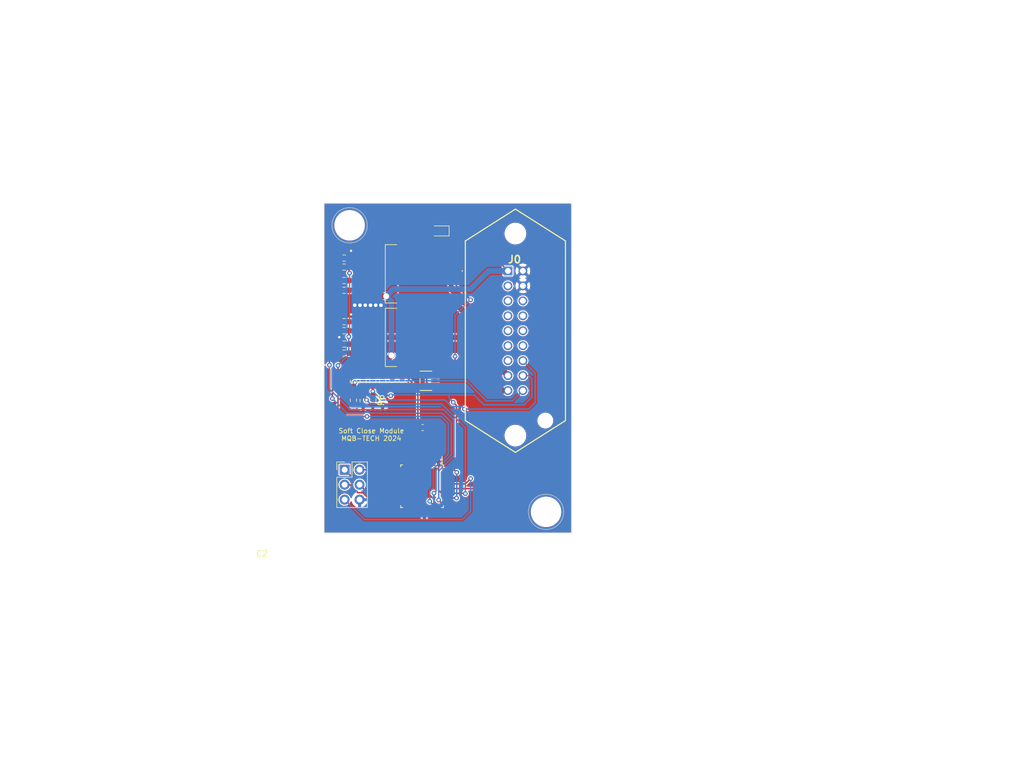
<source format=kicad_pcb>
(kicad_pcb (version 20211014) (generator pcbnew)
  (layers (0 "F.Cu" signal) (31 "B.Cu" signal) (34 "B.Paste" user) (35 "F.Paste" user) (36 "B.SilkS" user "B.Silkscreen") (37 "F.SilkS" user "F.Silkscreen") (38 "B.Mask" user) (39 "F.Mask" user) (44 "Edge.Cuts" user))
  (net 0 "")
  (net 1 "VCC")
  (net 2 "GNDREF")
  (net 3 "+3.3v")
  (net 4 "Motor_VCC")
  (net 5 "GPIO_T8.4")
  (net 6 "T8.4")
  (net 7 "Driver_PWM_01")
  (net 8 "Driver_PWM_02")
  (net 9 "Drivers_Enabled")
  (net 10 "T2.1")
  (net 11 "T2.2")
  (net 13 "GPIO_T3.2")
  (net 14 "GPIO_T3.1")
  (net 15 "Net-(R8-Pad2)")
  (net 16 "Net-(R9-Pad2)")
  (net 17 "Net-(R10-Pad1)")
  (net 18 "Net-(R11-Pad2)")
  (net 19 "Net-(R12-Pad2)")
  (net 20 "Net-(R13-Pad1)")
  (net 30 "MOSI")
  (net 31 "MISO")
  (net 32 "SCK")
  (net 36 "RST")
  (footprint "BTS7960B:DPAK127P1490X440-8N" (layer "F.Cu") (at 67.799 117.983)
    (fp_text reference "U1" hide)
    (fp_text value "BTS7960B")
    (fp_line (start -0.749 -4.95) (end -2.69 -4.95) (layer "F.SilkS") (width 0.127))
    (fp_line (start -2.69 4.95) (end -0.749 4.95) (layer "F.SilkS") (width 0.127))
    (fp_line (start -2.69 -4.95) (end -2.69 4.95) (layer "F.SilkS") (width 0.127))
    (fp_circle (center -8.5 -3.9) (end -8.4 -3.9) (layer "F.SilkS") (width 0.2) (fill none))
    (pad "1" smd rect locked (at -5.95 -3.81) (size 3.81 0.8) (layers "F.Cu" "F.Paste" "F.Mask") (net 2 "GNDREF"))
    (pad "2" smd rect locked (at -5.95 -2.54) (size 3.81 0.8) (layers "F.Cu" "F.Paste" "F.Mask") (net 18 "Net-(R11-Pad2)"))
    (pad "3" smd rect locked (at -5.95 -1.27) (size 3.81 0.8) (layers "F.Cu" "F.Paste" "F.Mask") (net 9 "Drivers_Enabled"))
    (pad "4" smd rect locked (at -5.95 0) (size 3.81 0.8) (layers "F.Cu" "F.Paste" "F.Mask") (net 11 "T2.2"))
    (pad "5" smd rect locked (at -5.95 1.27) (size 3.81 0.8) (layers "F.Cu" "F.Paste" "F.Mask") (net 20 "Net-(R13-Pad1)"))
    (pad "6" smd rect locked (at -5.95 2.54) (size 3.81 0.8) (layers "F.Cu" "F.Paste" "F.Mask") (net 19 "Net-(R12-Pad2)"))
    (pad "7" smd rect locked (at -5.95 3.81) (size 3.81 0.8) (layers "F.Cu" "F.Paste" "F.Mask") (net 4 "Motor_VCC"))
    (pad "8" smd rect locked (at 3.71 0 270) (size 10.07 8.29) (layers "F.Cu" "F.Mask") (net 11 "T2.2"))
  )
  (footprint "Resistor_SMD:R_0603_1608Metric" (layer "F.Cu") (at 61.341 139.509 90)
    (fp_text reference "R3" hide)
    (fp_text value "33K")
    (fp_line (start -0.237258 -0.5225) (end 0.237258 -0.5225) (layer "F.SilkS") (width 0.12))
    (fp_line (start -0.237258 0.5225) (end 0.237258 0.5225) (layer "F.SilkS") (width 0.12))
    (pad "1" smd roundrect (at -0.825 0 90) (size 0.8 0.95) (layers "F.Cu" "F.Paste" "F.Mask") (net 2 "GNDREF"))
    (pad "2" smd roundrect (at 0.825 0 90) (size 0.8 0.95) (layers "F.Cu" "F.Paste" "F.Mask") (net 5 "GPIO_T8.4"))
  )
  (footprint "Resistor_SMD:R_0603_1608Metric" (layer "F.Cu") (at 58.1185 127.635 180)
    (fp_text reference "R15" hide)
    (fp_text value "4.7K")
    (fp_line (start -0.237258 -0.5225) (end 0.237258 -0.5225) (layer "F.SilkS") (width 0.12))
    (fp_line (start -0.237258 0.5225) (end 0.237258 0.5225) (layer "F.SilkS") (width 0.12))
    (pad "1" smd roundrect (at -0.825 0 180) (size 0.8 0.95) (layers "F.Cu" "F.Paste" "F.Mask") (net 9 "Drivers_Enabled"))
    (pad "2" smd roundrect (at 0.825 0 180) (size 0.8 0.95) (layers "F.Cu" "F.Paste" "F.Mask") (net 2 "GNDREF"))
  )
  (footprint "Resistor_SMD:R_0603_1608Metric" (layer "F.Cu") (at 58.1185 115.316)
    (fp_text reference "R11" hide)
    (fp_text value "4.7K")
    (fp_line (start -0.237258 -0.5225) (end 0.237258 -0.5225) (layer "F.SilkS") (width 0.12))
    (fp_line (start -0.237258 0.5225) (end 0.237258 0.5225) (layer "F.SilkS") (width 0.12))
    (pad "1" smd roundrect (at -0.825 0) (size 0.8 0.95) (layers "F.Cu" "F.Paste" "F.Mask") (net 8 "Driver_PWM_02"))
    (pad "2" smd roundrect (at 0.825 0) (size 0.8 0.95) (layers "F.Cu" "F.Paste" "F.Mask") (net 18 "Net-(R11-Pad2)"))
  )
  (footprint "Resistor_SMD:R_0603_1608Metric" (layer "F.Cu") (at 62.992 139.446 -90)
    (fp_text reference "R6" (at 0 -1.43 90) (layer "F.SilkS"))
    (fp_text value "10K")
    (fp_line (start -0.237258 0.5225) (end 0.237258 0.5225) (layer "F.SilkS") (width 0.12))
    (fp_line (start -0.237258 -0.5225) (end 0.237258 -0.5225) (layer "F.SilkS") (width 0.12))
    (pad "1" smd roundrect (at -0.825 0 270) (size 0.8 0.95) (layers "F.Cu" "F.Paste" "F.Mask") (net 13 "GPIO_T3.2"))
    (pad "2" smd roundrect (at 0.825 0 270) (size 0.8 0.95) (layers "F.Cu" "F.Paste" "F.Mask") (net 2 "GNDREF"))
  )
  (footprint "Resistor_SMD:R_0603_1608Metric" (layer "F.Cu") (at 62.992 136.271 90)
    (fp_text reference "R1" hide)
    (fp_text value "47K")
    (fp_line (start -0.237258 -0.5225) (end 0.237258 -0.5225) (layer "F.SilkS") (width 0.12))
    (fp_line (start -0.237258 0.5225) (end 0.237258 0.5225) (layer "F.SilkS") (width 0.12))
    (pad "1" smd roundrect (at -0.825 0 90) (size 0.8 0.95) (layers "F.Cu" "F.Paste" "F.Mask") (net 13 "GPIO_T3.2"))
    (pad "2" smd roundrect (at 0.825 0 90) (size 0.8 0.95) (layers "F.Cu" "F.Paste" "F.Mask") (net 1 "VCC"))
  )
  (footprint "ExternalPlugs:113551541" (layer "F.Cu") (at 85.93 117.49 -90)
    (fp_text reference "J0" (at -1.94 -1.12 180) (layer "F.SilkS") (effects (font (size 1.27 1.27) (thickness 0.254))))
    (fp_text value "1-1355154-1" hide)
    (fp_line (start 25.41 7.23) (end 30.81 -1.27) (layer "F.SilkS") (width 0.2))
    (fp_line (start -5.09 7.23) (end 25.41 7.23) (layer "F.SilkS") (width 0.2))
    (fp_line (start 25.41 -9.77) (end 10.16 -9.77) (layer "F.SilkS") (width 0.2))
    (fp_line (start -5.09 -9.77) (end -10.49 -1.27) (layer "F.SilkS") (width 0.2))
    (fp_line (start -10.49 -1.27) (end -5.09 7.23) (layer "F.SilkS") (width 0.2))
    (fp_line (start 0 7.7) (end 0 7.7) (layer "F.SilkS") (width 0.1))
    (fp_line (start 0 7.8) (end 0 7.8) (layer "F.SilkS") (width 0.1))
    (fp_line (start 10.16 -9.77) (end -5.09 -9.77) (layer "F.SilkS") (width 0.2))
    (fp_line (start 30.81 -1.27) (end 25.41 -9.77) (layer "F.SilkS") (width 0.2))
    (fp_arc (start 0 7.8) (mid -0.05 7.75) (end 0 7.7) (layer "F.SilkS") (width 0.1))
    (fp_arc (start 0 7.7) (mid 0.05 7.75) (end 0 7.8) (layer "F.SilkS") (width 0.1))
    (pad "" np_thru_hole circle (at -6.34 -1.27 270) (size 3.2 3.2) (drill 3.2) (layers *.Cu *.Mask))
    (pad "" np_thru_hole circle (at 25.41 -6.35 270) (size 2.2 2.2) (drill 2.2) (layers *.Cu *.Mask))
    (pad "" np_thru_hole circle (at 27.96 -1.27 270) (size 3.2 3.2) (drill 3.2) (layers *.Cu *.Mask))
    (pad "1" thru_hole rect (at 0 0 270) (size 1.5 1.5) (drill 1) (layers *.Cu *.Mask) (net 4 "Motor_VCC"))
    (pad "2" thru_hole circle (at 2.54 0 270) (size 1.5 1.5) (drill 1) (layers *.Cu *.Mask))
    (pad "3" thru_hole circle (at 5.08 0 270) (size 1.5 1.5) (drill 1) (layers *.Cu *.Mask))
    (pad "4" thru_hole circle (at 7.62 0 270) (size 1.5 1.5) (drill 1) (layers *.Cu *.Mask))
    (pad "5" thru_hole circle (at 10.16 0 270) (size 1.5 1.5) (drill 1) (layers *.Cu *.Mask))
    (pad "6" thru_hole circle (at 12.7 0 270) (size 1.5 1.5) (drill 1) (layers *.Cu *.Mask))
    (pad "7" thru_hole circle (at 15.24 0 270) (size 1.5 1.5) (drill 1) (layers *.Cu *.Mask))
    (pad "8" thru_hole circle (at 17.78 0 270) (size 1.5 1.5) (drill 1) (layers *.Cu *.Mask) (net 11 "T2.2"))
    (pad "9" thru_hole circle (at 20.32 0 270) (size 1.5 1.5) (drill 1) (layers *.Cu *.Mask) (net 10 "T2.1"))
    (pad "10" thru_hole circle (at 0 -2.54 270) (size 1.5 1.5) (drill 1) (layers *.Cu *.Mask) (net 2 "GNDREF"))
    (pad "11" thru_hole circle (at 2.54 -2.54 270) (size 1.5 1.5) (drill 1) (layers *.Cu *.Mask) (net 2 "GNDREF"))
    (pad "12" thru_hole circle (at 5.08 -2.54 270) (size 1.5 1.5) (drill 1) (layers *.Cu *.Mask))
    (pad "13" thru_hole circle (at 7.62 -2.54 270) (size 1.5 1.5) (drill 1) (layers *.Cu *.Mask))
    (pad "14" thru_hole circle (at 10.16 -2.54 270) (size 1.5 1.5) (drill 1) (layers *.Cu *.Mask))
    (pad "15" thru_hole circle (at 12.7 -2.54 270) (size 1.5 1.5) (drill 1) (layers *.Cu *.Mask))
    (pad "16" thru_hole circle (at 15.24 -2.54 270) (size 1.5 1.5) (drill 1) (layers *.Cu *.Mask) (net 13 "GPIO_T3.2"))
    (pad "17" thru_hole circle (at 17.78 -2.54 270) (size 1.5 1.5) (drill 1) (layers *.Cu *.Mask) (net 14 "GPIO_T3.1"))
    (pad "18" thru_hole circle (at 20.32 -2.54 270) (size 1.5 1.5) (drill 1) (layers *.Cu *.Mask) (net 6 "T8.4"))
  )
  (footprint "Resistor_SMD:R_0603_1608Metric" (layer "F.Cu") (at 59.69 139.446 90)
    (fp_text reference "R7" hide)
    (fp_text value "47K")
    (fp_line (start -0.237258 0.5225) (end 0.237258 0.5225) (layer "F.SilkS") (width 0.12))
    (fp_line (start -0.237258 -0.5225) (end 0.237258 -0.5225) (layer "F.SilkS") (width 0.12))
    (pad "1" smd roundrect (at -0.825 0 90) (size 0.8 0.95) (layers "F.Cu" "F.Paste" "F.Mask") (net 5 "GPIO_T8.4"))
    (pad "2" smd roundrect (at 0.825 0 90) (size 0.8 0.95) (layers "F.Cu" "F.Paste" "F.Mask") (net 6 "T8.4"))
  )
  (footprint "Resistor_SMD:R_0603_1608Metric" (layer "F.Cu") (at 61.341 136.271 -90)
    (fp_text reference "R4" hide)
    (fp_text value "330K")
    (fp_line (start -0.237258 0.5225) (end 0.237258 0.5225) (layer "F.SilkS") (width 0.12))
    (fp_line (start -0.237258 -0.5225) (end 0.237258 -0.5225) (layer "F.SilkS") (width 0.12))
    (pad "1" smd roundrect (at -0.825 0 270) (size 0.8 0.95) (layers "F.Cu" "F.Paste" "F.Mask") (net 1 "VCC"))
    (pad "2" smd roundrect (at 0.825 0 270) (size 0.8 0.95) (layers "F.Cu" "F.Paste" "F.Mask") (net 5 "GPIO_T8.4"))
  )
  (footprint "Resistor_SMD:R_0603_1608Metric" (layer "F.Cu") (at 58.1185 126.111)
    (fp_text reference "R8" hide)
    (fp_text value "4.7K")
    (fp_line (start -0.237258 -0.5225) (end 0.237258 -0.5225) (layer "F.SilkS") (width 0.12))
    (fp_line (start -0.237258 0.5225) (end 0.237258 0.5225) (layer "F.SilkS") (width 0.12))
    (pad "1" smd roundrect (at -0.825 0) (size 0.8 0.95) (layers "F.Cu" "F.Paste" "F.Mask") (net 7 "Driver_PWM_01"))
    (pad "2" smd roundrect (at 0.825 0) (size 0.8 0.95) (layers "F.Cu" "F.Paste" "F.Mask") (net 15 "Net-(R8-Pad2)"))
  )
  (footprint "BTS7960B:DPAK127P1490X440-8N" (layer "F.Cu") (at 67.799 128.778)
    (fp_text reference "U0" hide)
    (fp_text value "BTS7960B")
    (fp_line (start -0.749 -4.95) (end -2.69 -4.95) (layer "F.SilkS") (width 0.127))
    (fp_line (start -2.69 4.95) (end -0.749 4.95) (layer "F.SilkS") (width 0.127))
    (fp_line (start -2.69 -4.95) (end -2.69 4.95) (layer "F.SilkS") (width 0.127))
    (fp_circle (center -8.5 -3.9) (end -8.4 -3.9) (layer "F.SilkS") (width 0.2) (fill none))
    (pad "1" smd rect locked (at -5.95 -3.81) (size 3.81 0.8) (layers "F.Cu" "F.Paste" "F.Mask") (net 2 "GNDREF"))
    (pad "2" smd rect locked (at -5.95 -2.54) (size 3.81 0.8) (layers "F.Cu" "F.Paste" "F.Mask") (net 15 "Net-(R8-Pad2)"))
    (pad "3" smd rect locked (at -5.95 -1.27) (size 3.81 0.8) (layers "F.Cu" "F.Paste" "F.Mask") (net 9 "Drivers_Enabled"))
    (pad "4" smd rect locked (at -5.95 0) (size 3.81 0.8) (layers "F.Cu" "F.Paste" "F.Mask") (net 10 "T2.1"))
    (pad "5" smd rect locked (at -5.95 1.27) (size 3.81 0.8) (layers "F.Cu" "F.Paste" "F.Mask") (net 17 "Net-(R10-Pad1)"))
    (pad "6" smd rect locked (at -5.95 2.54) (size 3.81 0.8) (layers "F.Cu" "F.Paste" "F.Mask") (net 16 "Net-(R9-Pad2)"))
    (pad "7" smd rect locked (at -5.95 3.81) (size 3.81 0.8) (layers "F.Cu" "F.Paste" "F.Mask") (net 4 "Motor_VCC"))
    (pad "8" smd rect locked (at 3.71 0 270) (size 10.07 8.29) (layers "F.Cu" "F.Mask") (net 10 "T2.1"))
  )
  (footprint "Capacitor_SMD:C_0603_1608Metric" (layer "F.Cu") (at 71.452 144.088)
    (fp_text reference "C2" (at -27.305 21.399) (layer "F.SilkS"))
    (fp_text value "100n")
    (fp_line (start -0.14058 0.51) (end 0.14058 0.51) (layer "F.SilkS") (width 0.12))
    (fp_line (start -0.14058 -0.51) (end 0.14058 -0.51) (layer "F.SilkS") (width 0.12))
    (pad "1" smd roundrect (at -0.775 0) (size 0.9 0.95) (layers "F.Cu" "F.Paste" "F.Mask") (net 2 "GNDREF"))
    (pad "2" smd roundrect (at 0.775 0) (size 0.9 0.95) (layers "F.Cu" "F.Paste" "F.Mask") (net 3 "+3.3v"))
  )
  (footprint "Resistor_SMD:R_0603_1608Metric" (layer "F.Cu") (at 58.1185 131.445)
    (fp_text reference "R9" hide)
    (fp_text value "10K")
    (fp_line (start -0.237258 0.5225) (end 0.237258 0.5225) (layer "F.SilkS") (width 0.12))
    (fp_line (start -0.237258 -0.5225) (end 0.237258 -0.5225) (layer "F.SilkS") (width 0.12))
    (pad "1" smd roundrect (at -0.825 0) (size 0.8 0.95) (layers "F.Cu" "F.Paste" "F.Mask") (net 2 "GNDREF"))
    (pad "2" smd roundrect (at 0.825 0) (size 0.8 0.95) (layers "F.Cu" "F.Paste" "F.Mask") (net 16 "Net-(R9-Pad2)"))
  )
  (footprint "Resistor_SMD:R_0603_1608Metric" (layer "F.Cu") (at 59.69 136.271 -90)
    (fp_text reference "R5" hide)
    (fp_text value "220K")
    (fp_line (start -0.237258 -0.5225) (end 0.237258 -0.5225) (layer "F.SilkS") (width 0.12))
    (fp_line (start -0.237258 0.5225) (end 0.237258 0.5225) (layer "F.SilkS") (width 0.12))
    (pad "1" smd roundrect (at -0.825 0 270) (size 0.8 0.95) (layers "F.Cu" "F.Paste" "F.Mask") (net 1 "VCC"))
    (pad "2" smd roundrect (at 0.825 0 270) (size 0.8 0.95) (layers "F.Cu" "F.Paste" "F.Mask") (net 6 "T8.4"))
  )
  (footprint "Resistor_SMD:R_0603_1608Metric" (layer "F.Cu") (at 58.1185 129.921 180)
    (fp_text reference "R10" hide)
    (fp_text value "10K")
    (fp_line (start -0.237258 -0.5225) (end 0.237258 -0.5225) (layer "F.SilkS") (width 0.12))
    (fp_line (start -0.237258 0.5225) (end 0.237258 0.5225) (layer "F.SilkS") (width 0.12))
    (pad "1" smd roundrect (at -0.825 0 180) (size 0.8 0.95) (layers "F.Cu" "F.Paste" "F.Mask") (net 17 "Net-(R10-Pad1)"))
    (pad "2" smd roundrect (at 0.825 0 180) (size 0.8 0.95) (layers "F.Cu" "F.Paste" "F.Mask") (net 2 "GNDREF"))
  )
  (footprint "Resistor_SMD:R_0603_1608Metric" (layer "F.Cu") (at 64.643 139.446 -90)
    (fp_text reference "R16" hide)
    (fp_text value "10K")
    (fp_line (start -0.237258 -0.5225) (end 0.237258 -0.5225) (layer "F.SilkS") (width 0.12))
    (fp_line (start -0.237258 0.5225) (end 0.237258 0.5225) (layer "F.SilkS") (width 0.12))
    (pad "1" smd roundrect (at -0.825 0 270) (size 0.8 0.95) (layers "F.Cu" "F.Paste" "F.Mask") (net 14 "GPIO_T3.1"))
    (pad "2" smd roundrect (at 0.825 0 270) (size 0.8 0.95) (layers "F.Cu" "F.Paste" "F.Mask") (net 2 "GNDREF"))
  )
  (footprint "Resistor_SMD:R_0603_1608Metric" (layer "F.Cu") (at 64.6715 136.271 90)
    (fp_text reference "R2" hide)
    (fp_text value "47K")
    (fp_line (start -0.237258 0.5225) (end 0.237258 0.5225) (layer "F.SilkS") (width 0.12))
    (fp_line (start -0.237258 -0.5225) (end 0.237258 -0.5225) (layer "F.SilkS") (width 0.12))
    (pad "1" smd roundrect (at -0.825 0 90) (size 0.8 0.95) (layers "F.Cu" "F.Paste" "F.Mask") (net 14 "GPIO_T3.1"))
    (pad "2" smd roundrect (at 0.825 0 90) (size 0.8 0.95) (layers "F.Cu" "F.Paste" "F.Mask") (net 1 "VCC"))
  )
  (footprint "Capacitor_SMD:C_0603_1608Metric" (layer "F.Cu") (at 67.9735 136.271 90)
    (fp_text reference "C1" hide)
    (fp_text value "4.7uF" hide)
    (fp_line (start -0.14058 0.51) (end 0.14058 0.51) (layer "F.SilkS") (width 0.12))
    (fp_line (start -0.14058 -0.51) (end 0.14058 -0.51) (layer "F.SilkS") (width 0.12))
    (pad "1" smd roundrect (at -0.775 0 90) (size 0.9 0.95) (layers "F.Cu" "F.Paste" "F.Mask") (net 2 "GNDREF"))
    (pad "2" smd roundrect (at 0.775 0 90) (size 0.9 0.95) (layers "F.Cu" "F.Paste" "F.Mask") (net 3 "+3.3v"))
  )
  (footprint "Resistor_SMD:R_0603_1608Metric" (layer "F.Cu") (at 58.1185 120.777)
    (fp_text reference "R12" hide)
    (fp_text value "10K")
    (fp_line (start -0.237258 -0.5225) (end 0.237258 -0.5225) (layer "F.SilkS") (width 0.12))
    (fp_line (start -0.237258 0.5225) (end 0.237258 0.5225) (layer "F.SilkS") (width 0.12))
    (pad "1" smd roundrect (at -0.825 0) (size 0.8 0.95) (layers "F.Cu" "F.Paste" "F.Mask") (net 2 "GNDREF"))
    (pad "2" smd roundrect (at 0.825 0) (size 0.8 0.95) (layers "F.Cu" "F.Paste" "F.Mask") (net 19 "Net-(R12-Pad2)"))
  )
  (footprint "BTS7960B:MIC5233-3.3YM5-TR" (layer "F.Cu") (at 72.009 136.144 180)
    (fp_text reference "U2" hide)
    (fp_text value "MIC5233-3.3YM5-TR" hide)
    (fp_line (start 1.0033 0.363261) (end 1.0033 -0.363261) (layer "F.SilkS") (width 0.1524))
    (fp_line (start 1.0033 -1.6383) (end -1.0033 -1.6383) (layer "F.SilkS") (width 0.1524))
    (fp_line (start -1.0033 1.6383) (end 1.0033 1.6383) (layer "F.SilkS") (width 0.1524))
    (pad "1" smd rect locked (at -1.36525 -0.950001 180) (size 0.9779 0.508) (layers "F.Cu" "F.Paste" "F.Mask") (net 1 "VCC"))
    (pad "2" smd rect locked (at -1.36525 0 180) (size 0.9779 0.508) (layers "F.Cu" "F.Paste" "F.Mask") (net 2 "GNDREF"))
    (pad "3" smd rect locked (at -1.36525 0.950001 180) (size 0.9779 0.508) (layers "F.Cu" "F.Paste" "F.Mask") (net 1 "VCC"))
    (pad "4" smd rect locked (at 1.36525 0.950001 180) (size 0.9779 0.508) (layers "F.Cu" "F.Paste" "F.Mask"))
    (pad "5" smd rect locked (at 1.36525 -0.950001 180) (size 0.9779 0.508) (layers "F.Cu" "F.Paste" "F.Mask") (net 3 "+3.3v"))
  )
  (footprint "Capacitor_SMD:C_0603_1608Metric" (layer "F.Cu") (at 66.294 136.271 -90)
    (fp_text reference "C0" hide)
    (fp_text value "100n")
    (fp_line (start -0.14058 0.51) (end 0.14058 0.51) (layer "F.SilkS") (width 0.12))
    (fp_line (start -0.14058 -0.51) (end 0.14058 -0.51) (layer "F.SilkS") (width 0.12))
    (pad "1" smd roundrect (at -0.775 0 270) (size 0.9 0.95) (layers "F.Cu" "F.Paste" "F.Mask") (net 1 "VCC"))
    (pad "2" smd roundrect (at 0.775 0 270) (size 0.9 0.95) (layers "F.Cu" "F.Paste" "F.Mask") (net 2 "GNDREF"))
  )
  (footprint "Connector_PinHeader_2.54mm:PinHeader_2x03_P2.54mm_Vertical" (layer "F.Cu") (at 58.2 151.25)
    (fp_text reference "J1" hide)
    (fp_text value "AVR-ISP-6")
    (fp_line (start 3.87 -1.33) (end 3.87 6.41) (layer "F.SilkS") (width 0.12))
    (fp_line (start -1.33 1.27) (end 1.27 1.27) (layer "F.SilkS") (width 0.12))
    (fp_line (start 1.27 -1.33) (end 3.87 -1.33) (layer "F.SilkS") (width 0.12))
    (fp_line (start -1.33 0) (end -1.33 -1.33) (layer "F.SilkS") (width 0.12))
    (fp_line (start -1.33 -1.33) (end 0 -1.33) (layer "F.SilkS") (width 0.12))
    (fp_line (start -1.33 1.27) (end -1.33 6.41) (layer "F.SilkS") (width 0.12))
    (fp_line (start 1.27 1.27) (end 1.27 -1.33) (layer "F.SilkS") (width 0.12))
    (fp_line (start -1.33 6.41) (end 3.87 6.41) (layer "F.SilkS") (width 0.12))
    (pad "1" thru_hole rect (at 0 0) (size 1.7 1.7) (drill 1) (layers *.Cu *.Mask) (net 30 "MOSI"))
    (pad "2" thru_hole oval (at 2.54 0) (size 1.7 1.7) (drill 1) (layers *.Cu *.Mask) (net 3 "+3.3v"))
    (pad "3" thru_hole oval (at 0 2.54) (size 1.7 1.7) (drill 1) (layers *.Cu *.Mask) (net 32 "SCK"))
    (pad "4" thru_hole oval (at 2.54 2.54) (size 1.7 1.7) (drill 1) (layers *.Cu *.Mask) (net 31 "MISO"))
    (pad "5" thru_hole oval (at 0 5.08) (size 1.7 1.7) (drill 1) (layers *.Cu *.Mask) (net 36 "RST"))
    (pad "6" thru_hole oval (at 2.54 5.08) (size 1.7 1.7) (drill 1) (layers *.Cu *.Mask) (net 2 "GNDREF"))
  )
  (footprint "Resistor_SMD:R_0603_1608Metric" (layer "F.Cu") (at 58.1185 119.126 180)
    (fp_text reference "R13" hide)
    (fp_text value "10K")
    (fp_line (start -0.237258 0.5225) (end 0.237258 0.5225) (layer "F.SilkS") (width 0.12))
    (fp_line (start -0.237258 -0.5225) (end 0.237258 -0.5225) (layer "F.SilkS") (width 0.12))
    (pad "1" smd roundrect (at -0.825 0 180) (size 0.8 0.95) (layers "F.Cu" "F.Paste" "F.Mask") (net 20 "Net-(R13-Pad1)"))
    (pad "2" smd roundrect (at 0.825 0 180) (size 0.8 0.95) (layers "F.Cu" "F.Paste" "F.Mask") (net 2 "GNDREF"))
  )
  (footprint "Diode_SMD:D_SOD-323" (layer "F.Cu") (at 74.45 110.7 180)
    (fp_text reference "D0" hide)
    (fp_text value "BAS316")
    (fp_line (start -1.5 0.85) (end 1.05 0.85) (layer "F.SilkS") (width 0.12))
    (fp_line (start -1.5 -0.85) (end 1.05 -0.85) (layer "F.SilkS") (width 0.12))
    (fp_line (start -1.5 -0.85) (end -1.5 0.85) (layer "F.SilkS") (width 0.12))
    (pad "1" smd rect (at -1.05 0 180) (size 0.6 0.45) (layers "F.Cu" "F.Paste" "F.Mask") (net 1 "VCC"))
    (pad "2" smd rect (at 1.05 0 180) (size 0.6 0.45) (layers "F.Cu" "F.Paste" "F.Mask") (net 4 "Motor_VCC"))
  )
  (footprint "Resistor_SMD:R_0603_1608Metric" (layer "F.Cu") (at 58.1185 116.84 180)
    (fp_text reference "R14" hide)
    (fp_text value "4.7K")
    (fp_line (start -0.237258 -0.5225) (end 0.237258 -0.5225) (layer "F.SilkS") (width 0.12))
    (fp_line (start -0.237258 0.5225) (end 0.237258 0.5225) (layer "F.SilkS") (width 0.12))
    (pad "1" smd roundrect (at -0.825 0 180) (size 0.8 0.95) (layers "F.Cu" "F.Paste" "F.Mask") (net 9 "Drivers_Enabled"))
    (pad "2" smd roundrect (at 0.825 0 180) (size 0.8 0.95) (layers "F.Cu" "F.Paste" "F.Mask") (net 2 "GNDREF"))
  )
  (footprint "Package_QFP:TQFP-32_7x7mm_P0.8mm" (layer "F.Cu") (at 71.35 154.05 -90)
    (fp_text reference "U3" hide)
    (fp_text value "ATmega328P-A")
    (fp_line (start -3.625 -3.625) (end -3.625 -3.4) (layer "F.SilkS") (width 0.15))
    (fp_line (start -3.625 -3.625) (end -3.3 -3.625) (layer "F.SilkS") (width 0.15))
    (fp_line (start -3.625 3.625) (end -3.625 3.3) (layer "F.SilkS") (width 0.15))
    (fp_line (start 3.625 -3.625) (end 3.625 -3.3) (layer "F.SilkS") (width 0.15))
    (fp_line (start -3.625 -3.4) (end -5.05 -3.4) (layer "F.SilkS") (width 0.15))
    (fp_line (start -3.625 3.625) (end -3.3 3.625) (layer "F.SilkS") (width 0.15))
    (fp_line (start 3.625 3.625) (end 3.3 3.625) (layer "F.SilkS") (width 0.15))
    (fp_line (start 3.625 -3.625) (end 3.3 -3.625) (layer "F.SilkS") (width 0.15))
    (fp_line (start 3.625 3.625) (end 3.625 3.3) (layer "F.SilkS") (width 0.15))
    (pad "1" smd rect (at -4.25 -2.8 270) (size 1.6 0.55) (layers "F.Cu" "F.Paste" "F.Mask") (net 5 "GPIO_T8.4"))
    (pad "2" smd rect (at -4.25 -2 270) (size 1.6 0.55) (layers "F.Cu" "F.Paste" "F.Mask"))
    (pad "3" smd rect (at -4.25 -1.2 270) (size 1.6 0.55) (layers "F.Cu" "F.Paste" "F.Mask") (net 2 "GNDREF"))
    (pad "4" smd rect (at -4.25 -0.4 270) (size 1.6 0.55) (layers "F.Cu" "F.Paste" "F.Mask") (net 3 "+3.3v"))
    (pad "5" smd rect (at -4.25 0.4 270) (size 1.6 0.55) (layers "F.Cu" "F.Paste" "F.Mask") (net 2 "GNDREF"))
    (pad "6" smd rect (at -4.25 1.2 270) (size 1.6 0.55) (layers "F.Cu" "F.Paste" "F.Mask") (net 3 "+3.3v"))
    (pad "7" smd rect (at -4.25 2 270) (size 1.6 0.55) (layers "F.Cu" "F.Paste" "F.Mask"))
    (pad "8" smd rect (at -4.25 2.8 270) (size 1.6 0.55) (layers "F.Cu" "F.Paste" "F.Mask"))
    (pad "9" smd rect (at -2.8 4.25) (size 1.6 0.55) (layers "F.Cu" "F.Paste" "F.Mask"))
    (pad "10" smd rect (at -2 4.25) (size 1.6 0.55) (layers "F.Cu" "F.Paste" "F.Mask"))
    (pad "11" smd rect (at -1.2 4.25) (size 1.6 0.55) (layers "F.Cu" "F.Paste" "F.Mask"))
    (pad "12" smd rect (at -0.4 4.25) (size 1.6 0.55) (layers "F.Cu" "F.Paste" "F.Mask"))
    (pad "13" smd rect (at 0.4 4.25) (size 1.6 0.55) (layers "F.Cu" "F.Paste" "F.Mask"))
    (pad "14" smd rect (at 1.2 4.25) (size 1.6 0.55) (layers "F.Cu" "F.Paste" "F.Mask"))
    (pad "15" smd rect (at 2 4.25) (size 1.6 0.55) (layers "F.Cu" "F.Paste" "F.Mask") (net 30 "MOSI"))
    (pad "16" smd rect (at 2.8 4.25) (size 1.6 0.55) (layers "F.Cu" "F.Paste" "F.Mask") (net 31 "MISO"))
    (pad "17" smd rect (at 4.25 2.8 270) (size 1.6 0.55) (layers "F.Cu" "F.Paste" "F.Mask") (net 32 "SCK"))
    (pad "18" smd rect (at 4.25 2 270) (size 1.6 0.55) (layers "F.Cu" "F.Paste" "F.Mask") (net 3 "+3.3v"))
    (pad "19" smd rect (at 4.25 1.2 270) (size 1.6 0.55) (layers "F.Cu" "F.Paste" "F.Mask"))
    (pad "20" smd rect (at 4.25 0.4 270) (size 1.6 0.55) (layers "F.Cu" "F.Paste" "F.Mask"))
    (pad "21" smd rect (at 4.25 -0.4 270) (size 1.6 0.55) (layers "F.Cu" "F.Paste" "F.Mask") (net 2 "GNDREF"))
    (pad "22" smd rect (at 4.25 -1.2 270) (size 1.6 0.55) (layers "F.Cu" "F.Paste" "F.Mask"))
    (pad "23" smd rect (at 4.25 -2 270) (size 1.6 0.55) (layers "F.Cu" "F.Paste" "F.Mask") (net 9 "Drivers_Enabled"))
    (pad "24" smd rect (at 4.25 -2.8 270) (size 1.6 0.55) (layers "F.Cu" "F.Paste" "F.Mask") (net 7 "Driver_PWM_01"))
    (pad "25" smd rect (at 2.8 -4.25) (size 1.6 0.55) (layers "F.Cu" "F.Paste" "F.Mask") (net 8 "Driver_PWM_02"))
    (pad "26" smd rect (at 2 -4.25) (size 1.6 0.55) (layers "F.Cu" "F.Paste" "F.Mask") (net 14 "GPIO_T3.1"))
    (pad "27" smd rect (at 1.2 -4.25) (size 1.6 0.55) (layers "F.Cu" "F.Paste" "F.Mask") (net 5 "GPIO_T8.4"))
    (pad "28" smd rect (at 0.4 -4.25) (size 1.6 0.55) (layers "F.Cu" "F.Paste" "F.Mask") (net 13 "GPIO_T3.2"))
    (pad "29" smd rect (at -0.4 -4.25) (size 1.6 0.55) (layers "F.Cu" "F.Paste" "F.Mask") (net 36 "RST"))
    (pad "30" smd rect (at -1.2 -4.25) (size 1.6 0.55) (layers "F.Cu" "F.Paste" "F.Mask"))
    (pad "31" smd rect (at -2 -4.25) (size 1.6 0.55) (layers "F.Cu" "F.Paste" "F.Mask"))
    (pad "32" smd rect (at -2.8 -4.25) (size 1.6 0.55) (layers "F.Cu" "F.Paste" "F.Mask") (net 14 "GPIO_T3.1"))
  )
  (gr_circle (center 92.4 158.4) (end 95.4 158.4) (layer "Edge.Cuts") (width 0.1) (fill none))
  (gr_circle (center 59.05 109.75) (end 62.05 109.75) (layer "Edge.Cuts") (width 0.1) (fill none))
  (gr_rect (start 54.7 106) (end 96.75 162) (layer "Edge.Cuts") (width 0.1) (fill none))
  (gr_text "Soft Close Module\nMQB-TECH 2024" (at 62.738 145.288) (layer "F.SilkS") (effects (font (size 0.8 0.8) (thickness 0.125))))
  (segment (start 72.136 136.398) (end 72.832001 137.094001) (width 0.25) (layer "F.Cu") (net 1))
  (segment (start 73.37425 135.193999) (end 75.706001 135.193999) (width 0.25) (layer "F.Cu") (net 1))
  (segment (start 66.294 134.434) (end 66.26 134.4) (width 0.25) (layer "F.Cu") (net 1))
  (segment (start 76.9 134) (end 76.95 133.95) (width 0.25) (layer "F.Cu") (net 1))
  (segment (start 61.307 134.4) (end 60.736 134.4) (width 0.25) (layer "F.Cu") (net 1))
  (segment (start 66.294 135.496) (end 66.294 134.434) (width 0.25) (layer "F.Cu") (net 1))
  (segment (start 66.26 134.4) (end 64.677 134.4) (width 0.25) (layer "F.Cu") (net 1))
  (segment (start 72.580251 134.4) (end 66.26 134.4) (width 0.25) (layer "F.Cu") (net 1))
  (segment (start 76.75 119.55) (end 76.75 118.85) (width 0.25) (layer "F.Cu") (net 1))
  (segment (start 64.6715 135.446) (end 64.6715 134.4055) (width 0.25) (layer "F.Cu") (net 1))
  (segment (start 61.341 134.434) (end 61.307 134.4) (width 0.25) (layer "F.Cu") (net 1))
  (segment (start 62.992 134.493) (end 63.085 134.4) (width 0.25) (layer "F.Cu") (net 1))
  (segment (start 79.6 122.4) (end 76.75 119.55) (width 0.25) (layer "F.Cu") (net 1))
  (segment (start 74.043999 135.193999) (end 73.37425 135.193999) (width 0.25) (layer "F.Cu") (net 1))
  (segment (start 72.832001 137.094001) (end 73.37425 137.094001) (width 0.25) (layer "F.Cu") (net 1))
  (segment (start 76.95 133.95) (end 76.95 132) (width 0.25) (layer "F.Cu") (net 1))
  (segment (start 62.992 135.446) (end 62.992 134.493) (width 0.25) (layer "F.Cu") (net 1))
  (segment (start 64.6715 134.4055) (end 64.677 134.4) (width 0.25) (layer "F.Cu") (net 1))
  (segment (start 64.677 134.4) (end 63.085 134.4) (width 0.25) (layer "F.Cu") (net 1))
  (segment (start 73.37425 135.193999) (end 72.6353 135.193999) (width 0.25) (layer "F.Cu") (net 1))
  (segment (start 76.75 111.95) (end 76.75 112.35) (width 0.25) (layer "F.Cu") (net 1))
  (segment (start 63.085 134.4) (end 61.307 134.4) (width 0.25) (layer "F.Cu") (net 1))
  (segment (start 72.136 135.693299) (end 72.136 136.398) (width 0.25) (layer "F.Cu") (net 1))
  (segment (start 60.736 134.4) (end 59.69 135.446) (width 0.25) (layer "F.Cu") (net 1))
  (segment (start 73.37425 135.193999) (end 72.580251 134.4) (width 0.25) (layer "F.Cu") (net 1))
  (segment (start 61.341 135.446) (end 61.341 134.434) (width 0.25) (layer "F.Cu") (net 1))
  (segment (start 72.6353 135.193999) (end 72.136 135.693299) (width 0.25) (layer "F.Cu") (net 1))
  (segment (start 76.75 118.85) (end 76.75 112.35) (width 0.25) (layer "F.Cu") (net 1))
  (segment (start 75.706001 135.193999) (end 76.9 134) (width 0.25) (layer "F.Cu") (net 1))
  (segment (start 75.5 110.7) (end 76.75 111.95) (width 0.25) (layer "F.Cu") (net 1))
  (via (at 76.95 132) (size 0.8) (drill 0.4) (layers "F.Cu" "B.Cu") (net 1))
  (via (at 79.6 122.4) (size 0.8) (drill 0.4) (layers "F.Cu" "B.Cu") (net 1))
  (segment (start 76.95 125.05) (end 79.6 122.4) (width 0.25) (layer "B.Cu") (net 1))
  (segment (start 76.95 132) (end 76.95 125.05) (width 0.25) (layer "B.Cu") (net 1))
  (segment (start 57.2935 127.635) (end 57.2935 128.7425) (width 0.25) (layer "F.Cu") (net 2))
  (segment (start 57.2935 128.7425) (end 57.2935 131.445) (width 0.25) (layer "F.Cu") (net 2))
  (via (at 63.481 123.317) (size 0.8) (drill 0.6) (layers "F.Cu" "B.Cu") (net 2))
  (via (at 57.2935 128.7425) (size 0.8) (drill 0.4) (layers "F.Cu" "B.Cu") (net 2))
  (via (at 62.592 123.317) (size 0.8) (drill 0.6) (layers "F.Cu" "B.Cu") (net 2))
  (via (at 64.37 123.317) (size 0.8) (drill 0.6) (layers "F.Cu" "B.Cu") (net 2))
  (via (at 60.814 123.317) (size 0.8) (drill 0.6) (layers "F.Cu" "B.Cu") (net 2))
  (via (at 59.925 123.317) (size 0.8) (drill 0.6) (layers "F.Cu" "B.Cu") (net 2))
  (via (at 61.703 123.317) (size 0.8) (drill 0.6) (layers "F.Cu" "B.Cu") (net 2))
  (segment (start 65.7 147.75) (end 70.15 147.75) (width 0.25) (layer "F.Cu") (net 3))
  (segment (start 70.15 151) (end 69.35 151.8) (width 0.25) (layer "F.Cu") (net 3))
  (segment (start 67.9735 135.496) (end 68.694 135.496) (width 0.25) (layer "F.Cu") (net 3))
  (segment (start 70.15 149.8) (end 70.15 147.75) (width 0.25) (layer "F.Cu") (net 3))
  (segment (start 70.292001 137.094001) (end 70.64375 137.094001) (width 0.25) (layer "F.Cu") (net 3))
  (segment (start 72.227 143.69) (end 72.227 144.088) (width 0.25) (layer "F.Cu") (net 3))
  (segment (start 70.15 149.8) (end 70.15 151) (width 0.25) (layer "F.Cu") (net 3))
  (segment (start 72.227 145.673) (end 72.227 144.088) (width 0.25) (layer "F.Cu") (net 3))
  (segment (start 71.75 149.8) (end 71.75 146.15) (width 0.25) (layer "F.Cu") (net 3))
  (segment (start 72.227 144.088) (end 70.64375 142.50475) (width 0.25) (layer "F.Cu") (net 3))
  (segment (start 70.64375 137.44575) (end 70.64375 137.094001) (width 0.25) (layer "F.Cu") (net 3))
  (segment (start 70.15 147.75) (end 72.227 145.673) (width 0.25) (layer "F.Cu") (net 3))
  (segment (start 71.75 146.15) (end 72.227 145.673) (width 0.25) (layer "F.Cu") (net 3))
  (segment (start 69.35 151.8) (end 69.35 158.3) (width 0.25) (layer "F.Cu") (net 3))
  (segment (start 62.2 151.25) (end 65.7 147.75) (width 0.25) (layer "F.Cu") (net 3))
  (segment (start 70.64375 142.50475) (end 70.64375 137.094001) (width 0.25) (layer "F.Cu") (net 3))
  (segment (start 68.694 135.496) (end 70.292001 137.094001) (width 0.25) (layer "F.Cu") (net 3))
  (segment (start 60.74 151.25) (end 62.2 151.25) (width 0.25) (layer "F.Cu") (net 3))
  (segment (start 77.69 109.25) (end 73.85 109.25) (width 0.25) (layer "F.Cu") (net 4))
  (segment (start 85.93 117.49) (end 77.69 109.25) (width 0.25) (layer "F.Cu") (net 4))
  (segment (start 73.4 109.7) (end 73.4 110.7) (width 0.25) (layer "F.Cu") (net 4))
  (segment (start 65.386 132.588) (end 66.148 131.826) (width 1) (layer "F.Cu") (net 4))
  (segment (start 61.849 132.588) (end 65.386 132.588) (width 1) (layer "F.Cu") (net 4))
  (segment (start 73.85 109.25) (end 73.4 109.7) (width 0.25) (layer "F.Cu") (net 4))
  (segment (start 65.259 121.793) (end 61.849 121.793) (width 1) (layer "F.Cu") (net 4))
  (via (at 66.148 131.826) (size 1.1) (drill 1) (layers "F.Cu" "B.Cu") (net 4))
  (via (at 65.259 121.793) (size 1.1) (drill 1) (layers "F.Cu" "B.Cu") (net 4))
  (segment (start 77.36 120.59) (end 78.36 120.59) (width 1) (layer "B.Cu") (net 4))
  (segment (start 77.36 120.59) (end 79.56 120.59) (width 1) (layer "B.Cu") (net 4))
  (segment (start 65.259 121.793) (end 66.462 120.59) (width 1) (layer "B.Cu") (net 4))
  (segment (start 66.148 131.826) (end 66.148 122.682) (width 1) (layer "B.Cu") (net 4))
  (segment (start 82.66 117.49) (end 85.93 117.49) (width 1) (layer "B.Cu") (net 4))
  (segment (start 66.148 122.682) (end 65.259 121.793) (width 1) (layer "B.Cu") (net 4))
  (segment (start 79.56 120.59) (end 82.66 117.49) (width 1) (layer "B.Cu") (net 4))
  (segment (start 66.462 120.59) (end 77.36 120.59) (width 1) (layer "B.Cu") (net 4))
  (segment (start 78 120.95) (end 78.36 120.59) (width 0.25) (layer "B.Cu") (net 4))
  (segment (start 65.259 121.793) (end 65.64 121.793) (width 0.25) (layer "B.Cu") (net 4))
  (segment (start 61.341 138.684) (end 61.341 138.81399) (width 0.25) (layer "F.Cu") (net 5))
  (segment (start 74.675 155.25) (end 74.15 154.725) (width 0.25) (layer "F.Cu") (net 5))
  (segment (start 78.65 155.25) (end 75.6 155.25) (width 0.25) (layer "F.Cu") (net 5))
  (segment (start 59.69 140.271) (end 59.754 140.271) (width 0.25) (layer "F.Cu") (net 5))
  (segment (start 61.341 138.81399) (end 61.922659 139.395649) (width 0.25) (layer "F.Cu") (net 5))
  (segment (start 74.15 154.725) (end 74.15 149.8) (width 0.25) (layer "F.Cu") (net 5))
  (segment (start 61.341 138.684) (end 61.341 137.096) (width 0.25) (layer "F.Cu") (net 5))
  (segment (start 75.6 155.25) (end 74.675 155.25) (width 0.25) (layer "F.Cu") (net 5))
  (segment (start 78.7 155.3) (end 78.65 155.25) (width 0.25) (layer "F.Cu") (net 5))
  (segment (start 59.754 140.271) (end 61.341 138.684) (width 0.25) (layer "F.Cu") (net 5))
  (via (at 61.922659 139.395649) (size 0.8) (drill 0.4) (layers "F.Cu" "B.Cu") (net 5))
  (via (at 78.7 155.3) (size 0.8) (drill 0.4) (layers "F.Cu" "B.Cu") (net 5))
  (segment (start 78.7 155.3) (end 78.7 144.102208) (width 0.25) (layer "B.Cu") (net 5))
  (segment (start 78.7 144.102208) (end 74.678792 140.081) (width 0.25) (layer "B.Cu") (net 5))
  (segment (start 62.60801 140.081) (end 61.922659 139.395649) (width 0.25) (layer "B.Cu") (net 5))
  (segment (start 74.678792 140.081) (end 62.60801 140.081) (width 0.25) (layer "B.Cu") (net 5))
  (segment (start 59.69 138.621) (end 59.69 137.096) (width 0.25) (layer "F.Cu") (net 6))
  (segment (start 59.69 137.096) (end 59.69 136.6995) (width 0.25) (layer "F.Cu") (net 6))
  (segment (start 59.69 136.6995) (end 59.944 136.4455) (width 0.25) (layer "F.Cu") (net 6))
  (via (at 59.944 136.4455) (size 0.8) (drill 0.4) (layers "F.Cu" "B.Cu") (net 6))
  (segment (start 60.2455 136.144) (end 78.867 136.144) (width 0.25) (layer "B.Cu") (net 6))
  (segment (start 59.944 136.4455) (end 60.2455 136.144) (width 0.25) (layer "B.Cu") (net 6))
  (segment (start 86.73 139.55) (end 88.47 137.81) (width 0.25) (layer "B.Cu") (net 6))
  (segment (start 82.273 139.55) (end 86.73 139.55) (width 0.25) (layer "B.Cu") (net 6))
  (segment (start 82.273 139.55) (end 78.867 136.144) (width 0.25) (layer "B.Cu") (net 6))
  (segment (start 55.861 131.573141) (end 55.861 127.5435) (width 0.25) (layer "F.Cu") (net 7))
  (segment (start 56.138652 133.989653) (end 56.351 133.777305) (width 0.25) (layer "F.Cu") (net 7))
  (segment (start 73.375 155.225) (end 73.375 156.607781) (width 0.25) (layer "F.Cu") (net 7))
  (segment (start 56.351 133.777305) (end 56.351 133.059) (width 0.25) (layer "F.Cu") (net 7))
  (segment (start 56.134 139.166) (end 56.134 137.941766) (width 0.25) (layer "F.Cu") (net 7))
  (segment (start 56.134 132.842) (end 56.134 131.846141) (width 0.25) (layer "F.Cu") (net 7))
  (segment (start 56.351 133.059) (end 56.134 132.842) (width 0.25) (layer "F.Cu") (net 7))
  (segment (start 56.138652 137.937114) (end 56.138652 133.989653) (width 0.25) (layer "F.Cu") (net 7))
  (segment (start 56.134 131.846141) (end 55.861 131.573141) (width 0.25) (layer "F.Cu") (net 7))
  (segment (start 56.134 137.941766) (end 56.138652 137.937114) (width 0.25) (layer "F.Cu") (net 7))
  (segment (start 55.861 127.5435) (end 57.2935 126.111) (width 0.25) (layer "F.Cu") (net 7))
  (segment (start 73.375 156.607781) (end 74.15 157.382781) (width 0.25) (layer "F.Cu") (net 7))
  (segment (start 74.15 157.382781) (end 74.15 158.3) (width 0.25) (layer "F.Cu") (net 7))
  (via (at 73.375 155.225) (size 0.8) (drill 0.4) (layers "F.Cu" "B.Cu") (net 7))
  (via (at 56.134 139.166) (size 0.8) (drill 0.4) (layers "F.Cu" "B.Cu") (net 7))
  (segment (start 76.327 143.227) (end 74.75 141.65) (width 0.25) (layer "B.Cu") (net 7))
  (segment (start 73.375 155.225) (end 73.725701 154.874299) (width 0.25) (layer "B.Cu") (net 7))
  (segment (start 61.527195 141.65) (end 58.618 141.65) (width 0.25) (layer "B.Cu") (net 7))
  (segment (start 76.327 148.686604) (end 76.327 143.227) (width 0.25) (layer "B.Cu") (net 7))
  (segment (start 61.699695 141.4775) (end 61.527195 141.65) (width 0.25) (layer "B.Cu") (net 7))
  (segment (start 73.725701 151.287903) (end 76.327 148.686604) (width 0.25) (layer "B.Cu") (net 7))
  (segment (start 62.300305 141.4775) (end 61.699695 141.4775) (width 0.25) (layer "B.Cu") (net 7))
  (segment (start 73.725701 154.874299) (end 73.725701 151.287903) (width 0.25) (layer "B.Cu") (net 7))
  (segment (start 62.472805 141.65) (end 62.300305 141.4775) (width 0.25) (layer "B.Cu") (net 7))
  (segment (start 74.75 141.65) (end 62.472805 141.65) (width 0.25) (layer "B.Cu") (net 7))
  (segment (start 58.618 141.65) (end 56.134 139.166) (width 0.25) (layer "B.Cu") (net 7))
  (segment (start 55.411 127.357104) (end 55.411 131.758396) (width 0.25) (layer "F.Cu") (net 8))
  (segment (start 57.2935 115.316) (end 57.004 115.316) (width 0.25) (layer "F.Cu") (net 8))
  (segment (start 55.626 131.974537) (end 55.410244 131.758781) (width 0.25) (layer "F.Cu") (net 8))
  (segment (start 75.6 156.85) (end 74.642524 156.85) (width 0.25) (layer "F.Cu") (net 8))
  (segment (start 55.626 133.477) (end 55.626 131.974537) (width 0.25) (layer "F.Cu") (net 8))
  (segment (start 57.004 115.316) (end 55.861 116.459) (width 0.25) (layer "F.Cu") (net 8))
  (segment (start 55.861 116.459) (end 55.861 126.907104) (width 0.25) (layer "F.Cu") (net 8))
  (segment (start 55.861 126.907104) (end 55.411 127.357104) (width 0.25) (layer "F.Cu") (net 8))
  (segment (start 74.642524 156.85) (end 74.175701 156.383177) (width 0.25) (layer "F.Cu") (net 8))
  (via (at 74.175701 156.383177) (size 0.8) (drill 0.4) (layers "F.Cu" "B.Cu") (net 8))
  (via (at 55.626 133.477) (size 0.8) (drill 0.4) (layers "F.Cu" "B.Cu") (net 8))
  (segment (start 74.989396 141.028) (end 59.113 141.028) (width 0.25) (layer "B.Cu") (net 8))
  (segment (start 55.626 137.541) (end 55.626 133.477) (width 0.25) (layer "B.Cu") (net 8))
  (segment (start 76.777 142.815604) (end 74.989396 141.028) (width 0.25) (layer "B.Cu") (net 8))
  (segment (start 76.777 148.873) (end 76.777 142.815604) (width 0.25) (layer "B.Cu") (net 8))
  (segment (start 59.113 141.028) (end 55.626 137.541) (width 0.25) (layer "B.Cu") (net 8))
  (segment (start 74.175701 151.474299) (end 76.777 148.873) (width 0.25) (layer "B.Cu") (net 8))
  (segment (start 74.175701 156.383177) (end 74.175701 151.474299) (width 0.25) (layer "B.Cu") (net 8))
  (segment (start 61.849 116.713) (end 59.0705 116.713) (width 0.25) (layer "F.Cu") (net 9))
  (segment (start 57.0755 141.7255) (end 57.4 142.05) (width 0.25) (layer "F.Cu") (net 9))
  (segment (start 58.909 128.651) (end 58.909 127.6695) (width 0.25) (layer "F.Cu") (net 9))
  (segment (start 57.5525 142.2025) (end 62 142.2025) (width 0.25) (layer "F.Cu") (net 9))
  (segment (start 59.0705 116.713) (end 58.9435 116.84) (width 0.25) (layer "F.Cu") (net 9))
  (segment (start 73.35 157.3) (end 72.65 156.6) (width 0.25) (layer "F.Cu") (net 9))
  (segment (start 73.35 158.3) (end 73.35 157.3) (width 0.25) (layer "F.Cu") (net 9))
  (segment (start 58.9435 116.84) (end 58.9435 117.7635) (width 0.25) (layer "F.Cu") (net 9))
  (segment (start 59.0705 127.508) (end 58.9435 127.635) (width 0.25) (layer "F.Cu") (net 9))
  (segment (start 61.849 127.508) (end 59.0705 127.508) (width 0.25) (layer "F.Cu") (net 9))
  (segment (start 58.9435 117.7635) (end 59.036 117.856) (width 0.25) (layer "F.Cu") (net 9))
  (segment (start 57.0755 133.55) (end 57.0755 141.7255) (width 0.25) (layer "F.Cu") (net 9))
  (segment (start 58.909 127.6695) (end 58.9435 127.635) (width 0.25) (layer "F.Cu") (net 9))
  (segment (start 57.4 142.05) (end 57.5525 142.2025) (width 0.25) (layer "F.Cu") (net 9))
  (via (at 58.909 128.651) (size 0.8) (drill 0.4) (layers "F.Cu" "B.Cu") (net 9))
  (via (at 59.036 117.856) (size 0.8) (drill 0.4) (layers "F.Cu" "B.Cu") (net 9))
  (via (at 72.65 156.6) (size 0.8) (drill 0.4) (layers "F.Cu" "B.Cu") (net 9))
  (via (at 62 142.2025) (size 0.8) (drill 0.4) (layers "F.Cu" "B.Cu") (net 9))
  (via (at 57.0755 133.55) (size 0.8) (drill 0.4) (layers "F.Cu" "B.Cu") (net 9))
  (segment (start 74.6025 142.2025) (end 75.8 143.4) (width 0.25) (layer "B.Cu") (net 9))
  (segment (start 58.909 131.7165) (end 58.909 128.651) (width 0.25) (layer "B.Cu") (net 9))
  (segment (start 75.8 148.577208) (end 73.275701 151.101507) (width 0.25) (layer "B.Cu") (net 9))
  (segment (start 62 142.2025) (end 74.6025 142.2025) (width 0.25) (layer "B.Cu") (net 9))
  (segment (start 59.036 128.524) (end 58.909 128.651) (width 0.25) (layer "B.Cu") (net 9))
  (segment (start 73.275701 151.101507) (end 73.275701 154.298994) (width 0.25) (layer "B.Cu") (net 9))
  (segment (start 73.275701 154.298994) (end 72.65 154.924695) (width 0.25) (layer "B.Cu") (net 9))
  (segment (start 59.036 117.856) (end 59.036 128.524) (width 0.25) (layer "B.Cu") (net 9))
  (segment (start 75.8 143.4) (end 75.8 148.577208) (width 0.25) (layer "B.Cu") (net 9))
  (segment (start 57.0755 133.55) (end 58.909 131.7165) (width 0.25) (layer "B.Cu") (net 9))
  (segment (start 72.65 154.924695) (end 72.65 156.6) (width 0.25) (layer "B.Cu") (net 9))
  (segment (start 79.428 128.778) (end 82.2 131.55) (width 1) (layer "F.Cu") (net 10))
  (segment (start 82.2 136) (end 84.01 137.81) (width 1) (layer "F.Cu") (net 10))
  (segment (start 71.509 128.778) (end 71.509 128.77) (width 1) (layer "F.Cu") (net 10))
  (segment (start 84.01 137.81) (end 85.93 137.81) (width 1) (layer "F.Cu") (net 10))
  (segment (start 71.509 128.778) (end 79.428 128.778) (width 1) (layer "F.Cu") (net 10))
  (segment (start 61.849 128.778) (end 71.509 128.778) (width 1) (layer "F.Cu") (net 10))
  (segment (start 82.2 131.55) (end 82.2 136) (width 1) (layer "F.Cu") (net 10))
  (segment (start 83.7 133.04) (end 85.93 135.27) (width 1) (layer "F.Cu") (net 11))
  (segment (start 83.7 129.65) (end 83.7 133.04) (width 1) (layer "F.Cu") (net 11))
  (segment (start 61.849 117.983) (end 71.509 117.983) (width 1) (layer "F.Cu") (net 11))
  (segment (start 71.509 117.983) (end 72.033 117.983) (width 1) (layer "F.Cu") (net 11))
  (segment (start 71.509 117.983) (end 74.733 117.983) (width 1) (layer "F.Cu") (net 11))
  (segment (start 72.033 117.983) (end 83.7 129.65) (width 1) (layer "F.Cu") (net 11))
  (segment (start 80.15 154.45) (end 75.6 154.45) (width 0.25) (layer "F.Cu") (net 13))
  (segment (start 81.75 144.15) (end 81.75 152.85) (width 0.25) (layer "F.Cu") (net 13))
  (segment (start 78.55 140.95) (end 81.75 144.15) (width 0.25) (layer "F.Cu") (net 13))
  (segment (start 81.75 152.85) (end 80.15 154.45) (width 0.25) (layer "F.Cu") (net 13))
  (segment (start 62.992 138.621) (end 62.992 137.922) (width 0.25) (layer "F.Cu") (net 13))
  (segment (start 62.992 137.922) (end 62.992 137.096) (width 0.25) (layer "F.Cu") (net 13))
  (via (at 62.992 137.922) (size 0.8) (drill 0.4) (layers "F.Cu" "B.Cu") (net 13))
  (via (at 78.55 140.95) (size 0.8) (drill 0.4) (layers "F.Cu" "B.Cu") (net 13))
  (segment (start 78.55 140.95) (end 89.45 140.95) (width 0.25) (layer "B.Cu") (net 13))
  (segment (start 89.45 140.95) (end 90.55 139.85) (width 0.25) (layer "B.Cu") (net 13))
  (segment (start 78.55 140.95) (end 78.125 140.525) (width 0.25) (layer "B.Cu") (net 13))
  (segment (start 90.55 134.81) (end 88.47 132.73) (width 0.25) (layer "B.Cu") (net 13))
  (segment (start 64.479 139.409) (end 62.992 137.922) (width 0.25) (layer "B.Cu") (net 13))
  (segment (start 76.349695 140.525) (end 75.233695 139.409) (width 0.25) (layer "B.Cu") (net 13))
  (segment (start 90.55 139.85) (end 90.55 134.81) (width 0.25) (layer "B.Cu") (net 13))
  (segment (start 78.125 140.525) (end 76.349695 140.525) (width 0.25) (layer "B.Cu") (net 13))
  (segment (start 75.233695 139.409) (end 64.479 139.409) (width 0.25) (layer "B.Cu") (net 13))
  (segment (start 62.992 137.922) (end 63.082 137.832) (width 0.25) (layer "B.Cu") (net 13))
  (segment (start 76.05 151.25) (end 77.2 150.1) (width 0.25) (layer "F.Cu") (net 14))
  (segment (start 64.643 138.621) (end 65.977 138.621) (width 0.25) (layer "F.Cu") (net 14))
  (segment (start 75.6 151.25) (end 76.8 151.25) (width 0.25) (layer "F.Cu") (net 14))
  (segment (start 77.2 150.1) (end 77.2 140.35) (width 0.25) (layer "F.Cu") (net 14))
  (segment (start 76.8 151.25) (end 77.25 151.7) (width 0.25) (layer "F.Cu") (net 14))
  (segment (start 77.2 156.05) (end 75.6 156.05) (width 0.25) (layer "F.Cu") (net 14))
  (segment (start 65.977 138.621) (end 66.04 138.684) (width 0.25) (layer "F.Cu") (net 14))
  (segment (start 77.2 140.35) (end 76.65 139.8) (width 0.25) (layer "F.Cu") (net 14))
  (segment (start 64.643 137.1245) (end 64.6715 137.096) (width 0.25) (layer "F.Cu") (net 14))
  (segment (start 75.6 151.25) (end 76.05 151.25) (width 0.25) (layer "F.Cu") (net 14))
  (segment (start 64.643 138.621) (end 64.643 137.1245) (width 0.25) (layer "F.Cu") (net 14))
  (via (at 77.25 151.7) (size 0.8) (drill 0.4) (layers "F.Cu" "B.Cu") (net 14))
  (via (at 66.04 138.684) (size 0.8) (drill 0.4) (layers "F.Cu" "B.Cu") (net 14))
  (via (at 76.65 139.8) (size 0.8) (drill 0.4) (layers "F.Cu" "B.Cu") (net 14))
  (via (at 77.2 156.05) (size 0.8) (drill 0.4) (layers "F.Cu" "B.Cu") (net 14))
  (segment (start 76.65 139.8) (end 75.95 139.1) (width 0.25) (layer "B.Cu") (net 14))
  (segment (start 75.95 139.1) (end 75.95 138.55) (width 0.25) (layer "B.Cu") (net 14))
  (segment (start 90 138.9) (end 90 135.8) (width 0.25) (layer "B.Cu") (net 14))
  (segment (start 90 135.8) (end 89.47 135.27) (width 0.25) (layer "B.Cu") (net 14))
  (segment (start 77.25 151.7) (end 77.25 156) (width 0.25) (layer "B.Cu") (net 14))
  (segment (start 81.875 140.225) (end 88.675 140.225) (width 0.25) (layer "B.Cu") (net 14))
  (segment (start 81.875 140.225) (end 80.2 138.55) (width 0.25) (layer "B.Cu") (net 14))
  (segment (start 80.15 138.55) (end 75.95 138.55) (width 0.25) (layer "B.Cu") (net 14))
  (segment (start 81.95 140.3) (end 81.875 140.225) (width 0.25) (layer "B.Cu") (net 14))
  (segment (start 77.25 156) (end 77.2 156.05) (width 0.25) (layer "B.Cu") (net 14))
  (segment (start 75.95 138.55) (end 66.174 138.55) (width 0.25) (layer "B.Cu") (net 14))
  (segment (start 89.47 135.27) (end 88.47 135.27) (width 0.25) (layer "B.Cu") (net 14))
  (segment (start 88.675 140.225) (end 90 138.9) (width 0.25) (layer "B.Cu") (net 14))
  (segment (start 66.174 138.55) (end 66.04 138.684) (width 0.25) (layer "B.Cu") (net 14))
  (segment (start 58.9435 126.111) (end 59.0705 126.238) (width 0.25) (layer "F.Cu") (net 15))
  (segment (start 59.0705 126.238) (end 61.849 126.238) (width 0.25) (layer "F.Cu") (net 15))
  (segment (start 59.0705 131.318) (end 58.9435 131.445) (width 0.25) (layer "F.Cu") (net 16))
  (segment (start 61.849 131.318) (end 59.0705 131.318) (width 0.25) (layer "F.Cu") (net 16))
  (segment (start 58.9435 129.921) (end 59.0705 130.048) (width 0.25) (layer "F.Cu") (net 17))
  (segment (start 59.0705 130.048) (end 61.849 130.048) (width 0.25) (layer "F.Cu") (net 17))
  (segment (start 59.0705 115.443) (end 61.849 115.443) (width 0.25) (layer "F.Cu") (net 18))
  (segment (start 58.9435 115.316) (end 59.0705 115.443) (width 0.25) (layer "F.Cu") (net 18))
  (segment (start 58.9435 120.777) (end 59.1975 120.523) (width 0.25) (layer "F.Cu") (net 19))
  (segment (start 59.1975 120.523) (end 61.849 120.523) (width 0.25) (layer "F.Cu") (net 19))
  (segment (start 58.9435 119.126) (end 59.0705 119.253) (width 0.25) (layer "F.Cu") (net 20))
  (segment (start 59.0705 119.253) (end 61.849 119.253) (width 0.25) (layer "F.Cu") (net 20))
  (segment (start 59.375 152.425) (end 58.2 151.25) (width 0.25) (layer "F.Cu") (net 30))
  (segment (start 64.661701 156.05) (end 61.036701 152.425) (width 0.25) (layer "F.Cu") (net 30))
  (segment (start 67.1 156.05) (end 64.661701 156.05) (width 0.25) (layer "F.Cu") (net 30))
  (segment (start 61.036701 152.425) (end 59.375 152.425) (width 0.25) (layer "F.Cu") (net 30))
  (segment (start 66.9 156.85) (end 67.1 156.85) (width 0.25) (layer "F.Cu") (net 31))
  (segment (start 60.74 153.79) (end 63.8 156.85) (width 0.25) (layer "F.Cu") (net 31))
  (segment (start 63.8 156.85) (end 66.3 156.85) (width 0.25) (layer "F.Cu") (net 31))
  (segment (start 59.078299 153.79) (end 60.438299 155.15) (width 0.25) (layer "F.Cu") (net 32))
  (segment (start 60.438299 155.15) (end 61.3 155.15) (width 0.25) (layer "F.Cu") (net 32))
  (segment (start 58.2 153.79) (end 59.078299 153.79) (width 0.25) (layer "F.Cu") (net 32))
  (segment (start 64.45 157.3) (end 65.45 158.3) (width 0.25) (layer "F.Cu") (net 32))
  (segment (start 63.45 157.3) (end 64.45 157.3) (width 0.25) (layer "F.Cu") (net 32))
  (segment (start 65.45 158.3) (end 68.55 158.3) (width 0.25) (layer "F.Cu") (net 32))
  (segment (start 61.3 155.15) (end 63.45 157.3) (width 0.25) (layer "F.Cu") (net 32))
  (segment (start 75.6 153.65) (end 78.7 153.65) (width 0.25) (layer "F.Cu") (net 36))
  (segment (start 78.7 153.65) (end 79.6 152.75) (width 0.25) (layer "F.Cu") (net 36))
  (via (at 79.6 152.75) (size 0.8) (drill 0.4) (layers "F.Cu" "B.Cu") (net 36))
  (segment (start 61.57 159.7) (end 58.2 156.33) (width 0.25) (layer "B.Cu") (net 36))
  (segment (start 79.6 152.75) (end 79.6 158.3) (width 0.25) (layer "B.Cu") (net 36))
  (segment (start 78.2 159.7) (end 61.57 159.7) (width 0.25) (layer "B.Cu") (net 36))
  (segment (start 79.6 158.3) (end 78.2 159.7) (width 0.25) (layer "B.Cu") (net 36))
  (zone (net 2) (net_name "GNDREF") (layers F&B.Cu) (connect_pads (clearance 0.1)) (min_thickness 0.254) (fill yes (thermal_gap 0.508) (thermal_bridge_width 0.508))
    (polygon (pts (xy 96.649829 162.00614) (xy 54.699829 162.05614) (xy 54.7 106) (xy 96.75 106)))
  )
)
</source>
